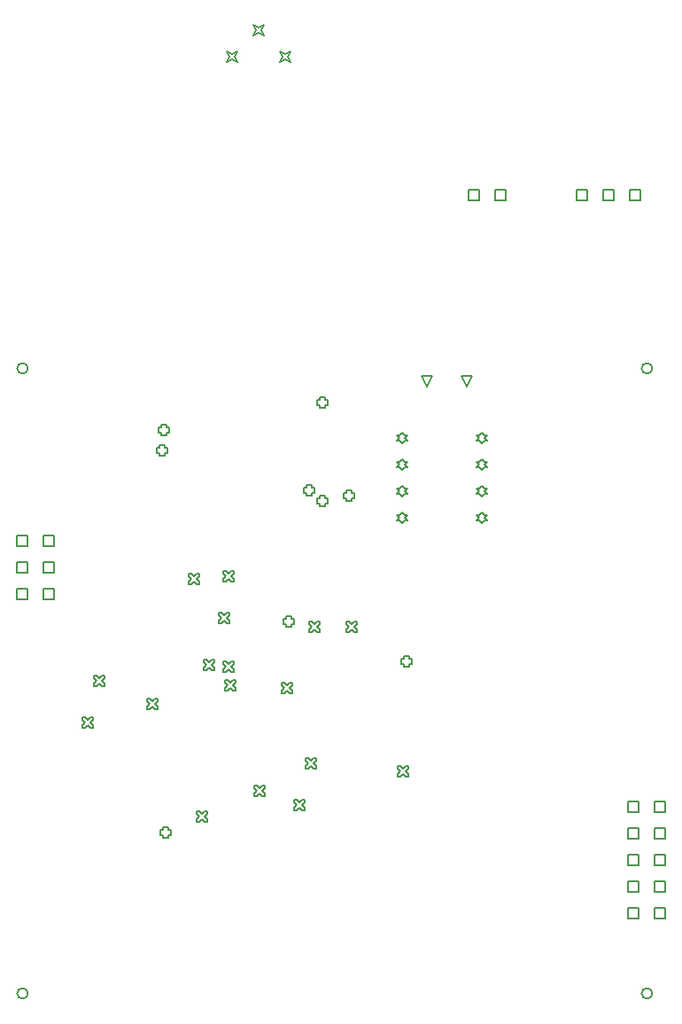
<source format=gbr>
G04 Layer_Color=2752767*
%FSLAX26Y26*%
%MOIN*%
%TF.FileFunction,Drawing*%
%TF.Part,Single*%
G01*
G75*
%TA.AperFunction,NonConductor*%
%ADD50C,0.005000*%
%ADD100C,0.006667*%
D50*
X80000Y1480000D02*
Y1520000D01*
X120000D01*
Y1480000D01*
X80000D01*
Y1580000D02*
Y1620000D01*
X120000D01*
Y1580000D01*
X80000D01*
Y1680000D02*
Y1720000D01*
X120000D01*
Y1680000D01*
X80000D01*
X-20000Y1480000D02*
Y1520000D01*
X20000D01*
Y1480000D01*
X-20000D01*
Y1580000D02*
Y1620000D01*
X20000D01*
Y1580000D01*
X-20000D01*
Y1680000D02*
Y1720000D01*
X20000D01*
Y1680000D01*
X-20000D01*
X2086299Y2980000D02*
Y3020000D01*
X2126299D01*
Y2980000D01*
X2086299D01*
X2186299D02*
Y3020000D01*
X2226299D01*
Y2980000D01*
X2186299D01*
X2286299D02*
Y3020000D01*
X2326299D01*
Y2980000D01*
X2286299D01*
X2280000Y680000D02*
Y720000D01*
X2320000D01*
Y680000D01*
X2280000D01*
Y580000D02*
Y620000D01*
X2320000D01*
Y580000D01*
X2280000D01*
Y480000D02*
Y520000D01*
X2320000D01*
Y480000D01*
X2280000D01*
Y380000D02*
Y420000D01*
X2320000D01*
Y380000D01*
X2280000D01*
Y280000D02*
Y320000D01*
X2320000D01*
Y280000D01*
X2280000D01*
X2380000Y680000D02*
Y720000D01*
X2420000D01*
Y680000D01*
X2380000D01*
Y580000D02*
Y620000D01*
X2420000D01*
Y580000D01*
X2380000D01*
Y480000D02*
Y520000D01*
X2420000D01*
Y480000D01*
X2380000D01*
Y380000D02*
Y420000D01*
X2420000D01*
Y380000D01*
X2380000D01*
Y280000D02*
Y320000D01*
X2420000D01*
Y280000D01*
X2380000D01*
X1673228Y2283150D02*
X1653228Y2323150D01*
X1693228D01*
X1673228Y2283150D01*
X1523622D02*
X1503622Y2323150D01*
X1543622D01*
X1523622Y2283150D01*
X1429024Y2069457D02*
X1439024Y2079457D01*
X1449024D01*
X1439024Y2089457D01*
X1449024Y2099457D01*
X1439024D01*
X1429024Y2109457D01*
X1419024Y2099457D01*
X1409024D01*
X1419024Y2089457D01*
X1409024Y2079457D01*
X1419024D01*
X1429024Y2069457D01*
Y1969457D02*
X1439024Y1979457D01*
X1449024D01*
X1439024Y1989457D01*
X1449024Y1999457D01*
X1439024D01*
X1429024Y2009457D01*
X1419024Y1999457D01*
X1409024D01*
X1419024Y1989457D01*
X1409024Y1979457D01*
X1419024D01*
X1429024Y1969457D01*
Y1869457D02*
X1439024Y1879457D01*
X1449024D01*
X1439024Y1889457D01*
X1449024Y1899457D01*
X1439024D01*
X1429024Y1909457D01*
X1419024Y1899457D01*
X1409024D01*
X1419024Y1889457D01*
X1409024Y1879457D01*
X1419024D01*
X1429024Y1869457D01*
Y1769457D02*
X1439024Y1779457D01*
X1449024D01*
X1439024Y1789457D01*
X1449024Y1799457D01*
X1439024D01*
X1429024Y1809457D01*
X1419024Y1799457D01*
X1409024D01*
X1419024Y1789457D01*
X1409024Y1779457D01*
X1419024D01*
X1429024Y1769457D01*
X1729024Y2069457D02*
X1739024Y2079457D01*
X1749024D01*
X1739024Y2089457D01*
X1749024Y2099457D01*
X1739024D01*
X1729024Y2109457D01*
X1719024Y2099457D01*
X1709024D01*
X1719024Y2089457D01*
X1709024Y2079457D01*
X1719024D01*
X1729024Y2069457D01*
Y1969457D02*
X1739024Y1979457D01*
X1749024D01*
X1739024Y1989457D01*
X1749024Y1999457D01*
X1739024D01*
X1729024Y2009457D01*
X1719024Y1999457D01*
X1709024D01*
X1719024Y1989457D01*
X1709024Y1979457D01*
X1719024D01*
X1729024Y1969457D01*
Y1869457D02*
X1739024Y1879457D01*
X1749024D01*
X1739024Y1889457D01*
X1749024Y1899457D01*
X1739024D01*
X1729024Y1909457D01*
X1719024Y1899457D01*
X1709024D01*
X1719024Y1889457D01*
X1709024Y1879457D01*
X1719024D01*
X1729024Y1869457D01*
Y1769457D02*
X1739024Y1779457D01*
X1749024D01*
X1739024Y1789457D01*
X1749024Y1799457D01*
X1739024D01*
X1729024Y1809457D01*
X1719024Y1799457D01*
X1709024D01*
X1719024Y1789457D01*
X1709024Y1779457D01*
X1719024D01*
X1729024Y1769457D01*
X1780000Y2980000D02*
Y3020000D01*
X1820000D01*
Y2980000D01*
X1780000D01*
X1680000D02*
Y3020000D01*
X1720000D01*
Y2980000D01*
X1680000D01*
X770000Y3500000D02*
X780000Y3520000D01*
X770000Y3540000D01*
X790000Y3530000D01*
X810000Y3540000D01*
X800000Y3520000D01*
X810000Y3500000D01*
X790000Y3510000D01*
X770000Y3500000D01*
X970000D02*
X980000Y3520000D01*
X970000Y3540000D01*
X990000Y3530000D01*
X1010000Y3540000D01*
X1000000Y3520000D01*
X1010000Y3500000D01*
X990000Y3510000D01*
X970000Y3500000D01*
X870000Y3600000D02*
X880000Y3620000D01*
X870000Y3640000D01*
X890000Y3630000D01*
X910000Y3640000D01*
X900000Y3620000D01*
X910000Y3600000D01*
X890000Y3610000D01*
X870000Y3600000D01*
X1070000Y1880000D02*
Y1870000D01*
X1090000D01*
Y1880000D01*
X1100000D01*
Y1900000D01*
X1090000D01*
Y1910000D01*
X1070000D01*
Y1900000D01*
X1060000D01*
Y1880000D01*
X1070000D01*
X1120000Y1840000D02*
Y1830000D01*
X1140000D01*
Y1840000D01*
X1150000D01*
Y1860000D01*
X1140000D01*
Y1870000D01*
X1120000D01*
Y1860000D01*
X1110000D01*
Y1840000D01*
X1120000D01*
Y2210000D02*
Y2200000D01*
X1140000D01*
Y2210000D01*
X1150000D01*
Y2230000D01*
X1140000D01*
Y2240000D01*
X1120000D01*
Y2230000D01*
X1110000D01*
Y2210000D01*
X1120000D01*
X1220000Y1860000D02*
Y1850000D01*
X1240000D01*
Y1860000D01*
X1250000D01*
Y1880000D01*
X1240000D01*
Y1890000D01*
X1220000D01*
Y1880000D01*
X1210000D01*
Y1860000D01*
X1220000D01*
X655677Y645106D02*
X665677D01*
X675677Y655106D01*
X685677Y645106D01*
X695677D01*
Y655106D01*
X685677Y665106D01*
X695677Y675106D01*
Y685106D01*
X685677D01*
X675677Y675106D01*
X665677Y685106D01*
X655677D01*
Y675106D01*
X665677Y665106D01*
X655677Y655106D01*
Y645106D01*
X1065126Y843669D02*
X1075126D01*
X1085126Y853669D01*
X1095126Y843669D01*
X1105126D01*
Y853669D01*
X1095126Y863669D01*
X1105126Y873669D01*
Y883669D01*
X1095126D01*
X1085126Y873669D01*
X1075126Y883669D01*
X1065126D01*
Y873669D01*
X1075126Y863669D01*
X1065126Y853669D01*
Y843669D01*
X1022803Y688158D02*
X1032803D01*
X1042803Y698158D01*
X1052803Y688158D01*
X1062803D01*
Y698158D01*
X1052803Y708158D01*
X1062803Y718158D01*
Y728158D01*
X1052803D01*
X1042803Y718158D01*
X1032803Y728158D01*
X1022803D01*
Y718158D01*
X1032803Y708158D01*
X1022803Y698158D01*
Y688158D01*
X1413551Y816110D02*
X1423551D01*
X1433551Y826110D01*
X1443551Y816110D01*
X1453551D01*
Y826110D01*
X1443551Y836110D01*
X1453551Y846110D01*
Y856110D01*
X1443551D01*
X1433551Y846110D01*
X1423551Y856110D01*
X1413551D01*
Y846110D01*
X1423551Y836110D01*
X1413551Y826110D01*
Y816110D01*
X873197Y741307D02*
X883197D01*
X893197Y751307D01*
X903197Y741307D01*
X913197D01*
Y751307D01*
X903197Y761307D01*
X913197Y771307D01*
Y781307D01*
X903197D01*
X893197Y771307D01*
X883197Y781307D01*
X873197D01*
Y771307D01*
X883197Y761307D01*
X873197Y751307D01*
Y741307D01*
X226024Y997457D02*
X236024D01*
X246024Y1007457D01*
X256024Y997457D01*
X266024D01*
Y1007457D01*
X256024Y1017457D01*
X266024Y1027457D01*
Y1037457D01*
X256024D01*
X246024Y1027457D01*
X236024Y1037457D01*
X226024D01*
Y1027457D01*
X236024Y1017457D01*
X226024Y1007457D01*
Y997457D01*
X682024Y1214457D02*
X692024D01*
X702024Y1224457D01*
X712024Y1214457D01*
X722024D01*
Y1224457D01*
X712024Y1234457D01*
X722024Y1244457D01*
Y1254457D01*
X712024D01*
X702024Y1244457D01*
X692024Y1254457D01*
X682024D01*
Y1244457D01*
X692024Y1234457D01*
X682024Y1224457D01*
Y1214457D01*
X763024Y1139457D02*
X773024D01*
X783024Y1149457D01*
X793024Y1139457D01*
X803024D01*
Y1149457D01*
X793024Y1159457D01*
X803024Y1169457D01*
Y1179457D01*
X793024D01*
X783024Y1169457D01*
X773024Y1179457D01*
X763024D01*
Y1169457D01*
X773024Y1159457D01*
X763024Y1149457D01*
Y1139457D01*
X528843Y593693D02*
Y583693D01*
X548843D01*
Y593693D01*
X558843D01*
Y613693D01*
X548843D01*
Y623693D01*
X528843D01*
Y613693D01*
X518843D01*
Y593693D01*
X528843D01*
X268024Y1154457D02*
X278024D01*
X288024Y1164457D01*
X298024Y1154457D01*
X308024D01*
Y1164457D01*
X298024Y1174457D01*
X308024Y1184457D01*
Y1194457D01*
X298024D01*
X288024Y1184457D01*
X278024Y1194457D01*
X268024D01*
Y1184457D01*
X278024Y1174457D01*
X268024Y1164457D01*
Y1154457D01*
X738024Y1392457D02*
X748024D01*
X758024Y1402457D01*
X768024Y1392457D01*
X778024D01*
Y1402457D01*
X768024Y1412457D01*
X778024Y1422457D01*
Y1432457D01*
X768024D01*
X758024Y1422457D01*
X748024Y1432457D01*
X738024D01*
Y1422457D01*
X748024Y1412457D01*
X738024Y1402457D01*
Y1392457D01*
X624024Y1539457D02*
X634024D01*
X644024Y1549457D01*
X654024Y1539457D01*
X664024D01*
Y1549457D01*
X654024Y1559457D01*
X664024Y1569457D01*
Y1579457D01*
X654024D01*
X644024Y1569457D01*
X634024Y1579457D01*
X624024D01*
Y1569457D01*
X634024Y1559457D01*
X624024Y1549457D01*
Y1539457D01*
X469024Y1069457D02*
X479024D01*
X489024Y1079457D01*
X499024Y1069457D01*
X509024D01*
Y1079457D01*
X499024Y1089457D01*
X509024Y1099457D01*
Y1109457D01*
X499024D01*
X489024Y1099457D01*
X479024Y1109457D01*
X469024D01*
Y1099457D01*
X479024Y1089457D01*
X469024Y1079457D01*
Y1069457D01*
X754024Y1549457D02*
X764024D01*
X774024Y1559457D01*
X784024Y1549457D01*
X794024D01*
Y1559457D01*
X784024Y1569457D01*
X794024Y1579457D01*
Y1589457D01*
X784024D01*
X774024Y1579457D01*
X764024Y1589457D01*
X754024D01*
Y1579457D01*
X764024Y1569457D01*
X754024Y1559457D01*
Y1549457D01*
X1434024Y1239457D02*
Y1229457D01*
X1454024D01*
Y1239457D01*
X1464024D01*
Y1259457D01*
X1454024D01*
Y1269457D01*
X1434024D01*
Y1259457D01*
X1424024D01*
Y1239457D01*
X1434024D01*
X974024Y1129457D02*
X984024D01*
X994024Y1139457D01*
X1004024Y1129457D01*
X1014024D01*
Y1139457D01*
X1004024Y1149457D01*
X1014024Y1159457D01*
Y1169457D01*
X1004024D01*
X994024Y1159457D01*
X984024Y1169457D01*
X974024D01*
Y1159457D01*
X984024Y1149457D01*
X974024Y1139457D01*
Y1129457D01*
X1079354Y1357000D02*
X1089354D01*
X1099354Y1367000D01*
X1109354Y1357000D01*
X1119354D01*
Y1367000D01*
X1109354Y1377000D01*
X1119354Y1387000D01*
Y1397000D01*
X1109354D01*
X1099354Y1387000D01*
X1089354Y1397000D01*
X1079354D01*
Y1387000D01*
X1089354Y1377000D01*
X1079354Y1367000D01*
Y1357000D01*
X1219756Y1357756D02*
X1229756D01*
X1239756Y1367756D01*
X1249756Y1357756D01*
X1259756D01*
Y1367756D01*
X1249756Y1377756D01*
X1259756Y1387756D01*
Y1397756D01*
X1249756D01*
X1239756Y1387756D01*
X1229756Y1397756D01*
X1219756D01*
Y1387756D01*
X1229756Y1377756D01*
X1219756Y1367756D01*
Y1357756D01*
X523000Y2108000D02*
Y2098000D01*
X543000D01*
Y2108000D01*
X553000D01*
Y2128000D01*
X543000D01*
Y2138000D01*
X523000D01*
Y2128000D01*
X513000D01*
Y2108000D01*
X523000D01*
X516000Y2031000D02*
Y2021000D01*
X536000D01*
Y2031000D01*
X546000D01*
Y2051000D01*
X536000D01*
Y2061000D01*
X516000D01*
Y2051000D01*
X506000D01*
Y2031000D01*
X516000D01*
X993000Y1389000D02*
Y1379000D01*
X1013000D01*
Y1389000D01*
X1023000D01*
Y1409000D01*
X1013000D01*
Y1419000D01*
X993000D01*
Y1409000D01*
X983000D01*
Y1389000D01*
X993000D01*
X756000Y1207000D02*
X766000D01*
X776000Y1217000D01*
X786000Y1207000D01*
X796000D01*
Y1217000D01*
X786000Y1227000D01*
X796000Y1237000D01*
Y1247000D01*
X786000D01*
X776000Y1237000D01*
X766000Y1247000D01*
X756000D01*
Y1237000D01*
X766000Y1227000D01*
X756000Y1217000D01*
Y1207000D01*
D100*
X20000Y0D02*
G03*
X20000Y0I-20000J0D01*
G01*
X2370000D02*
G03*
X2370000Y0I-20000J0D01*
G01*
X20000Y2350000D02*
G03*
X20000Y2350000I-20000J0D01*
G01*
X2370000D02*
G03*
X2370000Y2350000I-20000J0D01*
G01*
%TF.MD5,bee66a1608be04bbaadf8b3055c176a5*%
M02*

</source>
